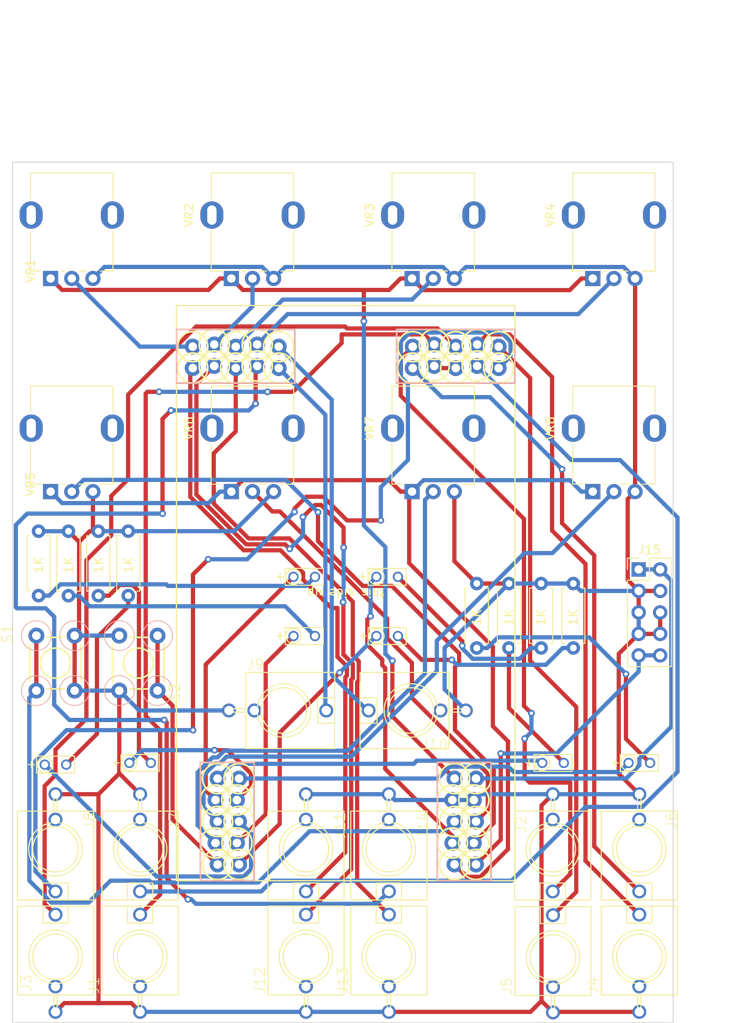
<source format=kicad_pcb>
(kicad_pcb (version 20221018) (generator pcbnew)
  (layers (0 "F.Cu" signal) (31 "B.Cu" signal) (34 "B.Paste" user) (35 "F.Paste" user) (36 "B.SilkS" user "B.Silkscreen") (37 "F.SilkS" user "F.Silkscreen") (38 "B.Mask" user) (39 "F.Mask" user) (44 "Edge.Cuts" user))
  (net 0 "")
  (net 1 "AUDIO_IN_L")
  (net 3 "gnd")
  (net 4 "GATE_OUT_1")
  (net 6 "AUDIO_IN_R")
  (net 8 "AUDIO_OUT_L")
  (net 10 "AUDIO_OUT_R")
  (net 12 "GATE_OUT_2")
  (net 14 "GATE_IN_2")
  (net 16 "GATE_IN_1")
  (net 18 "CV_OUT_1")
  (net 20 "CV_OUT_2")
  (net 22 "CV5")
  (net 24 "CV6")
  (net 26 "CV7")
  (net 28 "CV8")
  (net 30 "+12v")
  (net 31 "-12v")
  (net 32 "GPIO_A9")
  (net 33 "Net-(LED1-PadK)")
  (net 34 "GPIO_D7")
  (net 35 "Net-(LED2-PadK)")
  (net 36 "GPIO_D6")
  (net 37 "Net-(LED3-PadK)")
  (net 38 "GPIO_D4")
  (net 39 "Net-(LED4-PadK)")
  (net 40 "Net-(LED5-PadK)")
  (net 41 "GPIO_D3")
  (net 42 "Net-(LED6-PadK)")
  (net 43 "GPIO_D2")
  (net 44 "Net-(LED7-PadK)")
  (net 45 "GPIO_D1")
  (net 46 "Net-(LED8-PadK)")
  (net 47 "GPIO_A8")
  (net 48 "GPIO_D10")
  (net 49 "CV11")
  (net 50 "CV12")
  (net 51 "CV1")
  (net 52 "CV2")
  (net 53 "CV3")
  (net 54 "CV4")
  (net 55 "I2C_SCL")
  (net 56 "+3v3")
  (net 57 "CV9")
  (net 58 "CV10")
  (net 59 "+5v")
  (net 60 "GPIO_D5")
  (footprint "ES_Daisy_Patch_SM_FB_Rev1:LED" (layer "F.Cu") (at 84.7 106.025)
    (fp_text reference "LED7" hide)
    (fp_text value "CV_LED_1")
  )
  (footprint "ES_Daisy_Patch_SM_FB_Rev1:S_JACK" (layer "F.Cu") (at 94.7 131.225 180)
    (fp_text reference "J14")
    (fp_text value "EURO_JACK" hide)
  )
  (footprint "ES_Daisy_Patch_SM_FB_Rev1:S_JACK" (layer "F.Cu") (at 65.3 131.225 180)
    (fp_text reference "J7")
    (fp_text value "EURO_JACK" hide)
  )
  (footprint "ES_Daisy_Patch_SM_FB_Rev1:LED" (layer "F.Cu") (at 124.3 121.025)
    (fp_text reference "LED4" hide)
    (fp_text value "GATE_LED_O2")
  )
  (footprint "ES_Daisy_Patch_SM_FB_Rev1:TL1105SPF250Q_SILK" (layer "F.Cu") (at 55.3 109.225 -90)
    (fp_text reference "S1")
    (fp_text value "BUTT1" hide)
  )
  (footprint "ES_Daisy_Patch_SM_FB_Rev1:S_JACK" (layer "F.Cu") (at 55.3 143.9557)
    (fp_text reference "J3")
    (fp_text value "EURO_JACK" hide)
  )
  (footprint "benjiaomodular:Resistor_L6.3mm_D2.5mm_P7.62mm_Horizontal" (layer "F.Cu") (at 53.3 93.625 -90)
    (fp_text reference "R2" hide)
    (fp_text value "1K")
  )
  (footprint "benjiaomodular:Resistor_L6.3mm_D2.5mm_P7.62mm_Horizontal" (layer "F.Cu") (at 116.5 99.815 -90)
    (fp_text reference "R8" hide)
    (fp_text value "1K")
  )
  (footprint "benjiaomodular:Resistor_L6.3mm_D2.5mm_P7.62mm_Horizontal" (layer "F.Cu") (at 105.09 99.815 -90)
    (fp_text reference "R4" hide)
    (fp_text value "1K")
  )
  (footprint "benjiaomodular:Resistor_L6.3mm_D2.5mm_P7.62mm_Horizontal" (layer "F.Cu") (at 108.8933 99.815 -90)
    (fp_text reference "R3" hide)
    (fp_text value "1K")
  )
  (footprint "ES_Daisy_Patch_SM_FB_Rev1:S_JACK" (layer "F.Cu") (at 84.9 143.9557)
    (fp_text reference "J12")
    (fp_text value "EURO_JACK" hide)
  )
  (footprint "benjiaomodular:Potentiometer_RV09" (layer "F.Cu") (at 76.0833 63.75 90)
    (fp_text reference "VR2")
    (fp_text value "POT_9MM_SNAP-IN_")
  )
  (footprint "ES_Daisy_Patch_SM_FB_Rev1:LED" (layer "F.Cu") (at 55.3 121.225)
    (fp_text reference "LED6" hide)
    (fp_text value "GATE_LED_I1")
  )
  (footprint "ES_Daisy_Patch_SM_FB_Rev1:TL1105SPF250Q_SILK" (layer "F.Cu") (at 65.1 109.225 90)
    (fp_text reference "S2")
    (fp_text value "BUTT2" hide)
  )
  (footprint "ES_Daisy_Patch_SM_FB_Rev1:S_JACK" (layer "F.Cu") (at 94.7 143.9557)
    (fp_text reference "J13")
    (fp_text value "EURO_JACK" hide)
  )
  (footprint "benjiaomodular:Potentiometer_RV09" (layer "F.Cu") (at 97.4417 88.95 90)
    (fp_text reference "VR7")
    (fp_text value "POT_9MM_SNAP-IN_")
  )
  (footprint "ES_Daisy_Patch_SM_FB_Rev1:LED" (layer "F.Cu") (at 94.5 99.025)
    (fp_text reference "LED1" hide)
    (fp_text value "GEN_LED1")
  )
  (footprint "benjiaomodular:Resistor_L6.3mm_D2.5mm_P7.62mm_Horizontal" (layer "F.Cu") (at 112.6967 99.815 -90)
    (fp_text reference "R1" hide)
    (fp_text value "1K")
  )
  (footprint "ES_Daisy_Patch_SM_FB_Rev1:S_JACK" (layer "F.Cu") (at 124.3 131.225 180)
    (fp_text reference "J6")
    (fp_text value "EURO_JACK" hide)
  )
  (footprint "ES_Daisy_Patch_SM_FB_Rev1:S_JACK" (layer "F.Cu") (at 65.3 143.9557)
    (fp_text reference "J1")
    (fp_text value "EURO_JACK" hide)
  )
  (footprint "ES_Daisy_Patch_SM_FB_Rev1:S_JACK" (layer "F.Cu") (at 114.0693 131.225 180)
    (fp_text reference "J2")
    (fp_text value "EURO_JACK" hide)
  )
  (footprint "benjiaomodular:Potentiometer_RV09" (layer "F.Cu") (at 54.725 63.75 90)
    (fp_text reference "VR1")
    (fp_text value "POT_9MM_SNAP-IN_")
  )
  (footprint "ES_Daisy_Patch_SM_FB_Rev1:S_JACK" (layer "F.Cu") (at 84.9 131.225 180)
    (fp_text reference "J11")
    (fp_text value "EURO_JACK" hide)
  )
  (footprint "ES_Daisy_Patch_SM_FB_Rev1:S_JACK" (layer "F.Cu") (at 114.1 144.025)
    (fp_text reference "J5")
    (fp_text value "EURO_JACK" hide)
  )
  (footprint "ES_Daisy_Patch_SM_FB_Rev1:ES_DAISY_PATCH_SM_REV1" (layer "F.Cu") (at 89.6 100.95 90)
    (fp_text reference "U1" hide)
    (fp_text value "ES_DAISY_PATCH_SM_REV1" hide)
  )
  (footprint "Connector_PinHeader_2.54mm:PinHeader_2x05_P2.54mm_Vertical" (layer "F.Cu") (at 124.225 98.15)
    (fp_text reference "J15")
    (fp_text value "EuroPower")
  )
  (footprint "benjiaomodular:Potentiometer_RV09" (layer "F.Cu") (at 54.725 88.95 90)
    (fp_text reference "VR5")
    (fp_text value "POT_9MM_SNAP-IN_")
  )
  (footprint "benjiaomodular:Potentiometer_RV09" (layer "F.Cu") (at 118.8 88.95 90)
    (fp_text reference "VR8")
    (fp_text value "POT_9MM_SNAP-IN_")
  )
  (footprint "ES_Daisy_Patch_SM_FB_Rev1:S_JACK" (layer "F.Cu") (at 82.3 114.825 -90)
    (fp_text reference "J9")
    (fp_text value "EURO_JACK" hide)
  )
  (footprint "ES_Daisy_Patch_SM_FB_Rev1:LED" (layer "F.Cu") (at 65.3 121.025)
    (fp_text reference "LED5" hide)
    (fp_text value "GATE_LED_I2")
  )
  (footprint "ES_Daisy_Patch_SM_FB_Rev1:LED" (layer "F.Cu") (at 114.1 121.025)
    (fp_text reference "LED3" hide)
    (fp_text value "GATE_LED_O1")
  )
  (footprint "ES_Daisy_Patch_SM_FB_Rev1:LED" (layer "F.Cu") (at 94.5 106.025)
    (fp_text reference "LED8" hide)
    (fp_text value "CV_LED_2")
  )
  (footprint "benjiaomodular:Potentiometer_RV09" (layer "F.Cu") (at 118.8 63.75 90)
    (fp_text reference "VR4")
    (fp_text value "POT_9MM_SNAP-IN_")
  )
  (footprint "ES_Daisy_Patch_SM_FB_Rev1:S_JACK" (layer "F.Cu") (at 124.3 143.9557)
    (fp_text reference "J4")
    (fp_text value "EURO_JACK" hide)
  )
  (footprint "ES_Daisy_Patch_SM_FB_Rev1:S_JACK" (layer "F.Cu") (at 55.3 131.225 180)
    (fp_text reference "J8")
    (fp_text value "EURO_JACK" hide)
  )
  (footprint "benjiaomodular:Resistor_L6.3mm_D2.5mm_P7.62mm_Horizontal" (layer "F.Cu") (at 60.3667 93.635 -90)
    (fp_text reference "R5" hide)
    (fp_text value "1K")
  )
  (footprint "benjiaomodular:Potentiometer_RV09" (layer "F.Cu") (at 97.4417 63.75 90)
    (fp_text reference "VR3")
    (fp_text value "POT_9MM_SNAP-IN_")
  )
  (footprint "benjiaomodular:Resistor_L6.3mm_D2.5mm_P7.62mm_Horizontal" (layer "F.Cu") (at 56.8333 93.635 -90)
    (fp_text reference "R7" hide)
    (fp_text value "1K")
  )
  (footprint "ES_Daisy_Patch_SM_FB_Rev1:S_JACK" (layer "F.Cu") (at 97.3 114.825 90)
    (fp_text reference "J10")
    (fp_text value "EURO_JACK" hide)
  )
  (footprint "benjiaomodular:Potentiometer_RV09" (layer "F.Cu") (at 76.0833 88.95 90)
    (fp_text reference "VR6")
    (fp_text value "POT_9MM_SNAP-IN_")
  )
  (footprint "benjiaomodular:Resistor_L6.3mm_D2.5mm_P7.62mm_Horizontal" (layer "F.Cu") (at 63.9 93.625 -90)
    (fp_text reference "R6" hide)
    (fp_text value "1K")
  )
  (footprint "ES_Daisy_Patch_SM_FB_Rev1:LED" (layer "F.Cu") (at 84.7 99.025)
    (fp_text reference "LED2" hide)
    (fp_text value "GEN_LED1")
  )
  (gr_rect (start 50.225 50) (end 128.3 151.75) (stroke (width 0.1)) (fill none) (layer "Edge.Cuts"))
  (segment (start 83.35 77.15) (end 80.35 77.15) (width 0.5) (layer "F.Cu") (net 1))
  (segment (start 83.55 76.95) (end 83.35 77.15) (width 0.5) (layer "F.Cu") (net 1))
  (segment (start 89.1191 71.3809) (end 83.55 76.95) (width 0.5) (layer "F.Cu") (net 1))
  (segment (start 66.1704 77.15) (end 65.9602 77.3602) (width 0.5) (layer "F.Cu") (net 1))
  (segment (start 98.8684 70.3614) (end 100.06 71.553) (width 0.5) (layer "F.Cu") (net 1))
  (segment (start 67.6682 136.5875) (end 67.6682 117.1794) (width 0.5) (layer "F.Cu") (net 1))
  (segment (start 89.1191 70.3614) (end 89.1191 71.3809) (width 0.5) (layer "F.Cu") (net 1))
  (segment (start 65.3 138.9557) (end 67.6682 136.5875) (width 0.5) (layer "F.Cu") (net 1))
  (segment (start 67.6682 117.1794) (end 65.9602 115.4714) (width 0.5) (layer "F.Cu") (net 1))
  (segment (start 89.1191 70.3614) (end 98.8684 70.3614) (width 0.5) (layer "F.Cu") (net 1))
  (segment (start 67.55 77.15) (end 66.1704 77.15) (width 0.5) (layer "F.Cu") (net 1))
  (segment (start 65.9602 115.4714) (end 65.9602 77.3602) (width 0.5) (layer "F.Cu") (net 1))
  (via (at 67.55 77.15) (size 0.8) (drill 0.4) (layers "F.Cu" "B.Cu") (net 1))
  (via (at 80.35 77.15) (size 0.8) (drill 0.4) (layers "F.Cu" "B.Cu") (net 1))
  (segment (start 80.35 77.15) (end 67.55 77.15) (width 0.5) (layer "B.Cu") (net 1))
  (segment (start 60.3788 124.725) (end 55.3 124.725) (width 0.5) (layer "F.Cu") (net 3))
  (segment (start 56.3375 149.4182) (end 55.3 150.4557) (width 0.5) (layer "F.Cu") (net 3))
  (segment (start 122.9246 99.3896) (end 124.225 100.69) (width 0.5) (layer "F.Cu") (net 3))
  (segment (start 59.3407 93.635) (end 58.087 94.8887) (width 0.5) (layer "F.Cu") (net 3))
  (segment (start 62.8394 112.4762) (end 62.8394 122.2644) (width 0.5) (layer "F.Cu") (net 3))
  (segment (start 126.765 105.77) (end 125.4647 105.77) (width 0.5) (layer "F.Cu") (net 3))
  (segment (start 105.09 99.815) (end 108.8933 99.815) (width 0.5) (layer "F.Cu") (net 3))
  (segment (start 65.3 150.4557) (end 64.2625 149.4182) (width 0.5) (layer "F.Cu") (net 3))
  (segment (start 59.725 93.635) (end 59.3407 93.635) (width 0.5) (layer "F.Cu") (net 3))
  (segment (start 124.225 105.77) (end 125.4647 105.77) (width 0.5) (layer "F.Cu") (net 3))
  (segment (start 64.2625 149.4182) (end 60.3788 149.4182) (width 0.5) (layer "F.Cu") (net 3))
  (segment (start 111.4451 150.4557) (end 94.7 150.4557) (width 0.5) (layer "F.Cu") (net 3))
  (segment (start 121.8684 108.1266) (end 124.225 105.77) (width 0.5) (layer "F.Cu") (net 3))
  (segment (start 123.8 88.95) (end 122.9246 89.8254) (width 0.5) (layer "F.Cu") (net 3))
  (segment (start 57.5606 105.9738) (end 57.5606 112.4762) (width 0.5) (layer "F.Cu") (net 3))
  (segment (start 112.7379 126.0564) (end 112.7379 149.1629) (width 0.5) (layer "F.Cu") (net 3))
  (segment (start 112.7379 149.1629) (end 111.4451 150.4557) (width 0.5) (layer "F.Cu") (net 3))
  (segment (start 121.8684 122.2934) (end 121.8684 108.1266) (width 0.5) (layer "F.Cu") (net 3))
  (segment (start 58.087 105.4474) (end 57.5606 105.9738) (width 0.5) (layer "F.Cu") (net 3))
  (segment (start 126.765 100.69) (end 125.4647 100.69) (width 0.5) (layer "F.Cu") (net 3))
  (segment (start 59.725 93.635) (end 59.725 88.95) (width 0.5) (layer "F.Cu") (net 3))
  (segment (start 126.765 105.77) (end 126.765 103.23) (width 0.5) (layer "F.Cu") (net 3))
  (segment (start 56.8333 93.635) (end 58.087 94.8887) (width 0.5) (layer "F.Cu") (net 3))
  (segment (start 102.4417 97.1667) (end 105.09 99.815) (width 0.5) (layer "F.Cu") (net 3))
  (segment (start 58.087 94.8887) (end 58.087 105.4474) (width 0.5) (layer "F.Cu") (net 3))
  (segment (start 122.9246 89.8254) (end 122.9246 99.3896) (width 0.5) (layer "F.Cu") (net 3))
  (segment (start 112.7379 149.1629) (end 114.1 150.525) (width 0.5) (layer "F.Cu") (net 3))
  (segment (start 124.225 100.69) (end 125.4647 100.69) (width 0.5) (layer "F.Cu") (net 3))
  (segment (start 114.0693 124.725) (end 112.7379 126.0564) (width 0.5) (layer "F.Cu") (net 3))
  (segment (start 62.8394 122.2644) (end 65.3 124.725) (width 0.5) (layer "F.Cu") (net 3))
  (segment (start 62.8394 122.2644) (end 60.3788 124.725) (width 0.5) (layer "F.Cu") (net 3))
  (segment (start 60.3788 149.4182) (end 56.3375 149.4182) (width 0.5) (layer "F.Cu") (net 3))
  (segment (start 114.1693 150.4557) (end 114.1 150.525) (width 0.5) (layer "F.Cu") (net 3))
  (segment (start 102.4417 88.95) (end 102.4417 97.1667) (width 0.5) (layer "F.Cu") (net 3))
  (segment (start 124.3 124.725) (end 121.8684 122.2934) (width 0.5) (layer "F.Cu") (net 3))
  (segment (start 124.225 103.23) (end 124.225 100.69) (width 0.5) (layer "F.Cu") (net 3))
  (segment (start 123.8 63.75) (end 123.8 88.95) (width 0.5) (layer "F.Cu") (net 3))
  (segment (start 60.3667 93.635) (end 59.725 93.635) (width 0.5) (layer "F.Cu") (net 3))
  (segment (start 124.3 150.4557) (end 114.1693 150.4557) (width 0.5) (layer "F.Cu") (net 3))
  (segment (start 60.3788 124.725) (end 60.3788 149.4182) (width 0.5) (layer "F.Cu") (net 3))
  (segment (start 76.4083 93.625) (end 63.9 93.625) (width 0.5) (layer "B.Cu") (net 3))
  (segment (start 104.743 125.41) (end 102.203 125.41) (width 0.5) (layer "B.Cu") (net 3))
  (segment (start 101.0839 62.3922) (end 82.4411 62.3922) (width 0.5) (layer "B.Cu") (net 3))
  (segment (start 124.225 105.77) (end 124.225 104.5303) (width 0.5) (layer "B.Cu") (net 3))
  (segment (start 79.7167 62.3834) (end 61.0916 62.3834) (width 0.5) (layer "B.Cu") (net 3))
  (segment (start 84.9 124.725) (end 94.7 124.725) (width 0.5) (layer "B.Cu") (net 3))
  (segment (start 60.3767 93.625) (end 60.3667 93.635) (width 0.5) (layer "B.Cu") (net 3))
  (segment (start 114.0693 124.725) (end 105.428 124.725) (width 0.5) (layer "B.Cu") (net 3))
  (segment (start 62.8394 105.9738) (end 57.5606 105.9738) (width 0.5) (layer "B.Cu") (net 3))
  (segment (start 124.225 100.69) (end 117.375 100.69) (width 0.5) (layer "B.Cu") (net 3))
  (segment (start 61.0916 62.3834) (end 59.725 63.75) (width 0.5) (layer "B.Cu") (net 3))
  (segment (start 102.4417 63.75) (end 101.0839 62.3922) (width 0.5) (layer "B.Cu") (net 3))
  (segment (start 53.31 93.635) (end 53.3 93.625) (width 0.5) (layer "B.Cu") (net 3))
  (segment (start 116.5 99.815) (end 112.6967 99.815) (width 0.5) (layer "B.Cu") (net 3))
  (segment (start 101.2872 107.4211) (end 101.2872 112.3122) (width 0.5) (layer "B.Cu") (net 3))
  (segment (start 82.4411 62.3922) (end 81.0833 63.75) (width 0.5) (layer "B.Cu") (net 3))
  (segment (start 81.0833 88.95) (end 76.4083 93.625) (width 0.5) (layer "B.Cu") (net 3))
  (segment (start 124.225 103.23) (end 124.225 104.5303) (width 0.5) (layer "B.Cu") (net 3))
  (segment (start 95.385 125.41) (end 94.7 124.725) (width 0.5) (layer "B.Cu") (net 3))
  (segment (start 102.203 125.41) (end 95.385 125.41) (width 0.5) (layer "B.Cu") (net 3))
  (segment (start 105.428 124.725) (end 104.743 125.41) (width 0.5) (layer "B.Cu") (net 3))
  (segment (start 62.8394 112.4762) (end 65.1882 114.825) (width 0.5) (layer "B.Cu") (net 3))
  (segment (start 56.8333 93.635) (end 53.31 93.635) (width 0.5) (layer "B.Cu") (net 3))
  (segment (start 57.5606 112.4762) (end 62.8394 112.4762) (width 0.5) (layer "B.Cu") (net 3))
  (segment (start 103.7998 62.3919) (end 102.4417 63.75) (width 0.5) (layer "B.Cu") (net 3))
  (segment (start 122.4419 62.3919) (end 103.7998 62.3919) (width 0.5) (layer "B.Cu") (net 3))
  (segment (start 65.1882 114.825) (end 75.8 114.825) (width 0.5) (layer "B.Cu") (net 3))
  (segment (start 63.9 93.625) (end 60.3767 93.625) (width 0.5) (layer "B.Cu") (net 3))
  (segment (start 124.3 124.725) (end 114.0693 124.725) (width 0.5) (layer "B.Cu") (net 3))
  (segment (start 94.7 150.4557) (end 84.9 150.4557) (width 0.5) (layer "B.Cu") (net 3))
  (segment (start 81.0833 63.75) (end 79.7167 62.3834) (width 0.5) (layer "B.Cu") (net 3))
  (segment (start 117.375 100.69) (end 116.5 99.815) (width 0.5) (layer "B.Cu") (net 3))
  (segment (start 108.8933 99.815) (end 101.2872 107.4211) (width 0.5) (layer "B.Cu") (net 3))
  (segment (start 101.2872 112.3122) (end 103.8 114.825) (width 0.5) (layer "B.Cu") (net 3))
  (segment (start 112.6967 99.815) (end 108.8933 99.815) (width 0.5) (layer "B.Cu") (net 3))
  (segment (start 123.8 63.75) (end 122.4419 62.3919) (width 0.5) (layer "B.Cu") (net 3))
  (segment (start 84.9 150.4557) (end 65.3 150.4557) (width 0.5) (layer "B.Cu") (net 3))
  (segment (start 96.0982 73.2288) (end 97.52 71.807) (width 0.5) (layer "F.Cu") (net 4))
  (segment (start 116.1359 134.1584) (end 116.1359 123.3359) (width 0.5) (layer "F.Cu") (net 4))
  (segment (start 96.0982 77.61) (end 96.0982 73.2288) (width 0.5) (layer "F.Cu") (net 4))
  (segment (start 110.6668 114.2007) (end 110.6668 92.1786) (width 0.5) (layer "F.Cu") (net 4))
  (segment (start 110.6668 114.2668) (end 111.55 115.15) (width 0.5) (layer "F.Cu") (net 4))
  (segment (start 111.35 123.35) (end 116.1218 123.35) (width 0.5) (layer "F.Cu") (net 4))
  (segment (start 110.6668 92.1786) (end 96.0982 77.61) (width 0.5) (layer "F.Cu") (net 4))
  (segment (start 116.1218 123.35) (end 116.1359 123.3359) (width 0.5) (layer "F.Cu") (net 4))
  (segment (start 110.75 122.75) (end 111.35 123.35) (width 0.5) (layer "F.Cu") (net 4))
  (segment (start 110.75 118.15) (end 110.75 122.75) (width 0.5) (layer "F.Cu") (net 4))
  (segment (start 110.6668 114.2007) (end 110.6668 114.2668) (width 0.5) (layer "F.Cu") (net 4))
  (segment (start 114.0693 136.225) (end 116.1359 134.1584) (width 0.5) (layer "F.Cu") (net 4))
  (via (at 111.55 115.15) (size 0.8) (drill 0.4) (layers "F.Cu" "B.Cu") (net 4))
  (via (at 110.75 118.15) (size 0.8) (drill 0.4) (layers "F.Cu" "B.Cu") (net 4))
  (segment (start 111.55 117.35) (end 110.75 118.15) (width 0.5) (layer "B.Cu") (net 4))
  (segment (start 111.55 115.15) (end 111.55 117.35) (width 0.5) (layer "B.Cu") (net 4))
  (segment (start 58.9518 97.0559) (end 61.8856 94.1221) (width 0.5) (layer "F.Cu") (net 6))
  (segment (start 89.7593 69.6611) (end 100.4541 69.6611) (width 0.5) (layer "F.Cu") (net 6))
  (segment (start 63.8831 77.4761) (end 71.9329 69.4263) (width 0.5) (layer "F.Cu") (net 6))
  (segment (start 63.8831 87.4775) (end 63.8831 77.4761) (width 0.5) (layer "F.Cu") (net 6))
  (segment (start 55.3 138.9557) (end 54.0154 137.6711) (width 0.5) (layer "F.Cu") (net 6))
  (segment (start 61.8856 89.475) (end 63.8831 87.4775) (width 0.5) (layer "F.Cu") (net 6))
  (segment (start 71.9329 69.4263) (end 89.5245 69.4263) (width 0.5) (layer "F.Cu") (net 6))
  (segment (start 58.9518 115.8022) (end 58.9518 97.0559) (width 0.5) (layer "F.Cu") (net 6))
  (segment (start 55.3 122.4717) (end 55.3 119.454) (width 0.5) (layer "F.Cu") (net 6))
  (segment (start 54.0154 137.6711) (end 54.0154 123.7563) (width 0.5) (layer "F.Cu") (net 6))
  (segment (start 54.0154 123.7563) (end 55.3 122.4717) (width 0.5) (layer "F.Cu") (net 6))
  (segment (start 55.3 119.454) (end 58.9518 115.8022) (width 0.5) (layer "F.Cu") (net 6))
  (segment (start 89.5245 69.4263) (end 89.7593 69.6611) (width 0.5) (layer "F.Cu") (net 6))
  (segment (start 100.4541 69.6611) (end 102.6 71.807) (width 0.5) (layer "F.Cu") (net 6))
  (segment (start 61.8856 94.1221) (end 61.8856 89.475) (width 0.5) (layer "F.Cu") (net 6))
  (segment (start 106.3296 70.3634) (end 108.9634 70.3634) (width 0.5) (layer "F.Cu") (net 8))
  (segment (start 113.9892 75.3892) (end 113.9892 93.5536) (width 0.5) (layer "F.Cu") (net 8))
  (segment (start 117.9397 132.5954) (end 124.3 138.9557) (width 0.5) (layer "F.Cu") (net 8))
  (segment (start 117.9397 97.5041) (end 117.9397 132.5954) (width 0.5) (layer "F.Cu") (net 8))
  (segment (start 108.9634 70.3634) (end 113.9892 75.3892) (width 0.5) (layer "F.Cu") (net 8))
  (segment (start 105.14 71.553) (end 106.3296 70.3634) (width 0.5) (layer "F.Cu") (net 8))
  (segment (start 113.9892 93.5536) (end 117.9397 97.5041) (width 0.5) (layer "F.Cu") (net 8))
  (segment (start 111.3948 108.9417) (end 111.3948 75.5218) (width 0.5) (layer "F.Cu") (net 10))
  (segment (start 116.8483 114.3952) (end 111.3948 108.9417) (width 0.5) (layer "F.Cu") (net 10))
  (segment (start 111.3948 75.5218) (end 107.68 71.807) (width 0.5) (layer "F.Cu") (net 10))
  (segment (start 116.8483 136.2767) (end 116.8483 114.3952) (width 0.5) (layer "F.Cu") (net 10))
  (segment (start 114.1 139.025) (end 116.8483 136.2767) (width 0.5) (layer "F.Cu") (net 10))
  (segment (start 118.9731 130.8981) (end 118.9731 96.4878) (width 0.5) (layer "F.Cu") (net 12))
  (segment (start 118.9731 96.4878) (end 115.1662 92.6809) (width 0.5) (layer "F.Cu") (net 12))
  (segment (start 115.1662 92.6809) (end 115.1662 86.3047) (width 0.5) (layer "F.Cu") (net 12))
  (segment (start 124.3 136.225) (end 118.9731 130.8981) (width 0.5) (layer "F.Cu") (net 12))
  (via (at 115.1662 86.3047) (size 0.8) (drill 0.4) (layers "F.Cu" "B.Cu") (net 12))
  (segment (start 115.1662 86.3047) (end 106.642 77.7805) (width 0.5) (layer "B.Cu") (net 12))
  (segment (start 100.9535 77.7805) (end 97.52 74.347) (width 0.5) (layer "B.Cu") (net 12))
  (segment (start 106.642 77.7805) (end 100.9535 77.7805) (width 0.5) (layer "B.Cu") (net 12))
  (segment (start 116.2669 85.2199) (end 105.14 74.093) (width 0.5) (layer "B.Cu") (net 14))
  (segment (start 128.8137 122.0738) (end 128.8137 91.9978) (width 0.5) (layer "B.Cu") (net 14))
  (segment (start 109.2131 134.9496) (end 117.9377 126.225) (width 0.5) (layer "B.Cu") (net 14))
  (segment (start 80.8867 134.9496) (end 109.2131 134.9496) (width 0.5) (layer "B.Cu") (net 14))
  (segment (start 124.6625 126.225) (end 128.8137 122.0738) (width 0.5) (layer "B.Cu") (net 14))
  (segment (start 128.8137 91.9978) (end 122.0358 85.2199) (width 0.5) (layer "B.Cu") (net 14))
  (segment (start 79.6113 136.225) (end 80.8867 134.9496) (width 0.5) (layer "B.Cu") (net 14))
  (segment (start 65.3 136.225) (end 79.6113 136.225) (width 0.5) (layer "B.Cu") (net 14))
  (segment (start 117.9377 126.225) (end 124.6625 126.225) (width 0.5) (layer "B.Cu") (net 14))
  (segment (start 122.0358 85.2199) (end 116.2669 85.2199) (width 0.5) (layer "B.Cu") (net 14))
  (segment (start 83.55 90.95) (end 83.55 91.35) (width 0.5) (layer "F.Cu") (net 16))
  (segment (start 89.75 92.35) (end 86.95 89.55) (width 0.5) (layer "F.Cu") (net 16))
  (segment (start 93.75 92.35) (end 89.75 92.35) (width 0.5) (layer "F.Cu") (net 16))
  (segment (start 84.95 89.55) (end 84.75 89.75) (width 0.5) (layer "F.Cu") (net 16))
  (segment (start 73.35 96.95) (end 71.55 98.75) (width 0.5) (layer "F.Cu") (net 16))
  (segment (start 84.75 89.75) (end 83.55 90.95) (width 0.5) (layer "F.Cu") (net 16))
  (segment (start 71.55 98.75) (end 71.55 117.15) (width 0.5) (layer "F.Cu") (net 16))
  (segment (start 86.95 89.55) (end 84.95 89.55) (width 0.5) (layer "F.Cu") (net 16))
  (via (at 83.55 91.35) (size 0.8) (drill 0.4) (layers "F.Cu" "B.Cu") (net 16))
  (via (at 73.35 96.95) (size 0.8) (drill 0.4) (layers "F.Cu" "B.Cu") (net 16))
  (via (at 93.75 92.35) (size 0.8) (drill 0.4) (layers "F.Cu" "B.Cu") (net 16))
  (via (at 71.55 117.15) (size 0.8) (drill 0.4) (layers "F.Cu" "B.Cu") (net 16))
  (segment (start 93.75 88.4119) (end 93.75 92.35) (width 0.5) (layer "B.Cu") (net 16))
  (segment (start 83.55 91.35) (end 77.95 96.95) (width 0.5) (layer "B.Cu") (net 16))
  (segment (start 96.9521 85.2098) (end 96.9521 76.2357) (width 0.5) (layer "B.Cu") (net 16))
  (segment (start 96.122 75.4056) (end 96.122 71.1836) (width 0.5) (layer "B.Cu") (net 16))
  (segment (start 56.599 117.15) (end 52.9303 120.8187) (width 0.5) (layer "B.Cu") (net 16))
  (segment (start 96.0913 86.0706) (end 93.75 88.4119) (width 0.5) (layer "B.Cu") (net 16))
  (segment (start 77.95 96.95) (end 73.35 96.95) (width 0.5) (layer "B.Cu") (net 16))
  (segment (start 109.08 72.947) (end 107.68 74.347) (width 0.5) (layer "B.Cu") (net 16))
  (segment (start 107.9858 70.1369) (end 109.08 71.2311) (width 0.5) (layer "B.Cu") (net 16))
  (segment (start 96.0913 86.0706) (end 96.9521 85.2098) (width 0.5) (layer "B.Cu") (net 16))
  (segment (start 96.9521 76.2357) (end 96.122 75.4056) (width 0.5) (layer "B.Cu") (net 16))
  (segment (start 97.1687 70.1369) (end 107.9858 70.1369) (width 0.5) (layer "B.Cu") (net 16))
  (segment (start 52.9303 120.8187) (end 52.9303 133.8553) (width 0.5) (layer "B.Cu") (net 16))
  (segment (start 52.9303 133.8553) (end 55.3 136.225) (width 0.5) (layer "B.Cu") (net 16))
  (segment (start 96.122 71.1836) (end 97.1687 70.1369) (width 0.5) (layer "B.Cu") (net 16))
  (segment (start 109.08 71.2311) (end 109.08 72.947) (width 0.5) (layer "B.Cu") (net 16))
  (segment (start 71.55 117.15) (end 56.599 117.15) (width 0.5) (layer "B.Cu") (net 16))
  (segment (start 87.3 114.825) (end 87.1962 114.7212) (width 0.5) (layer "B.Cu") (net 18))
  (segment (start 87.1962 114.7212) (end 87.1962 79.8632) (width 0.5) (layer "B.Cu") (net 18))
  (segment (start 87.1962 79.8632) (end 81.68 74.347) (width 0.5) (layer "B.Cu") (net 18))
  (segment (start 87.9463 78.0733) (end 87.9463 110.6195) (width 0.5) (layer "B.Cu") (net 20))
  (segment (start 87.9463 110.6195) (end 92.1518 114.825) (width 0.5) (layer "B.Cu") (net 20))
  (segment (start 92.1518 114.825) (end 92.3 114.825) (width 0.5) (layer "B.Cu") (net 20))
  (segment (start 81.68 71.807) (end 87.9463 78.0733) (width 0.5) (layer "B.Cu") (net 20))
  (segment (start 89.7371 109.601) (end 88.6243 108.4882) (width 0.5) (layer "F.Cu") (net 22))
  (segment (start 87.909 102.709) (end 84.559925 99.359925) (width 0.5) (layer "F.Cu") (net 22))
  (segment (start 88.6243 108.4882) (end 88.6243 102.709) (width 0.5) (layer "F.Cu") (net 22))
  (segment (start 84.559925 99.359925) (end 84.559925 98.540075) (width 0.5) (layer "F.Cu") (net 22))
  (segment (start 88.6243 102.709) (end 87.909 102.709) (width 0.5) (layer "F.Cu") (net 22))
  (segment (start 71.2298 89.569) (end 71.2298 74.6372) (width 0.5) (layer "F.Cu") (net 22))
  (segment (start 71.2298 74.6372) (end 71.52 74.347) (width 0.5) (layer "F.Cu") (net 22))
  (segment (start 89.5513 110.8958) (end 89.7372 110.7099) (width 0.5) (layer "F.Cu") (net 22))
  (segment (start 84.9 136.225) (end 89.5513 131.5737) (width 0.5) (layer "F.Cu") (net 22))
  (segment (start 77.5462 95.8854) (end 71.2298 89.569) (width 0.5) (layer "F.Cu") (net 22))
  (segment (start 89.7372 110.7099) (end 89.7372 109.601) (width 0.5) (layer "F.Cu") (net 22))
  (segment (start 81.90525 95.8854) (end 77.5462 95.8854) (width 0.5) (layer "F.Cu") (net 22))
  (segment (start 89.7372 109.601) (end 89.7371 109.601) (width 0.5) (layer "F.Cu") (net 22))
  (segment (start 89.5513 131.5737) (end 89.5513 110.8958) (width 0.5) (layer "F.Cu") (net 22))
  (segment (start 84.559925 98.540075) (end 81.90525 95.8854) (width 0.5) (layer "F.Cu") (net 22))
  (segment (start 85.9674 90.5326) (end 84.55 91.95) (width 0.5) (layer "F.Cu") (net 24))
  (segment (start 90.2516 111.186) (end 90.4375 111.0001) (width 0.5) (layer "F.Cu") (net 24))
  (segment (start 89.35 93.206618) (end 86.675982 90.5326) (width 0.5) (layer "F.Cu") (net 24))
  (segment (start 82.453224 95.1851) (end 77.8364 95.1851) (width 0.5) (layer "F.Cu") (net 24))
  (segment (start 71.9576 89.3063) (end 71.9576 76.1954) (width 0.5) (layer "F.Cu") (net 24))
  (segment (start 89.3263 108.1997) (end 89.3263 102.3165) (width 0.5) (layer "F.Cu") (net 24))
  (segment (start 86.675982 90.5326) (end 85.9674 90.5326) (width 0.5) (layer "F.Cu") (net 24))
  (segment (start 89.3263 102.058176) (end 89.284062 102.015938) (width 0.5) (layer "F.Cu") (net 24))
  (segment (start 90.4375 109.3108) (end 89.3264 108.1997) (width 0.5) (layer "F.Cu") (net 24))
  (segment (start 90.4375 111.0001) (end 90.4375 109.3108) (width 0.5) (layer "F.Cu") (net 24))
  (segment (start 89.3264 108.1997) (end 89.3263 108.1997) (width 0.5) (layer "F.Cu") (net 24))
  (segment (start 89.3263 102.3165) (end 89.3263 102.058176) (width 0.5) (layer "F.Cu") (net 24))
  (segment (start 82.984062 95.715938) (end 82.453224 95.1851) (width 0.5) (layer "F.Cu") (net 24))
  (segment (start 77.8364 95.1851) (end 71.9576 89.3063) (width 0.5) (layer "F.Cu") (net 24))
  (segment (start 90.2516 133.6041) (end 90.2516 111.186) (width 0.5) (layer "F.Cu") (net 24))
  (segment (start 89.35 95.55) (end 89.35 93.206618) (width 0.5) (layer "F.Cu") (net 24))
  (segment (start 71.9576 76.1954) (end 74.06 74.093) (width 0.5) (layer "F.Cu") (net 24))
  (segment (start 84.9 138.9557) (end 90.2516 133.6041) (width 0.5) (layer "F.Cu") (net 24))
  (via (at 84.55 91.95) (size 0.8) (drill 0.4) (layers "F.Cu" "B.Cu") (net 24))
  (via (at 89.284062 102.015938) (size 0.8) (drill 0.4) (layers "F.Cu" "B.Cu") (net 24))
  (via (at 82.984062 95.715938) (size 0.8) (drill 0.4) (layers "F.Cu" "B.Cu") (net 24))
  (via (at 89.35 95.55) (size 0.8) (drill 0.4) (layers "F.Cu" "B.Cu") (net 24))
  (segment (start 84.55 94.15) (end 82.984062 95.715938) (width 0.5) (layer "B.Cu") (net 24))
  (segment (start 84.55 91.95) (end 84.55 94.15) (width 0.5) (layer "B.Cu") (net 24))
  (segment (start 89.284062 102.015938) (end 89.35 101.95) (width 0.5) (layer "B.Cu") (net 24))
  (segment (start 89.35 101.95) (end 89.35 95.55) (width 0.5) (layer "B.Cu") (net 24))
  (segment (start 74.0032 84.429) (end 74.0032 90.3614) (width 0.5) (layer "F.Cu") (net 26))
  (segment (start 90.4375 108.3057) (end 91.1378 109.006) (width 0.5) (layer "F.Cu") (net 26))
  (segment (start 91.1378 111.2903) (end 90.9519 111.4762) (width 0.5) (layer "F.Cu") (net 26))
  (segment (start 74.0032 90.3614) (end 78.1266 94.4848) (width 0.5) (layer "F.Cu") (net 26))
  (segment (start 91.1378 109.006) (end 91.1378 111.2903) (width 0.5) (layer "F.Cu") (net 26))
  (segment (start 90.9519 135.2076) (end 94.7 138.9557) (width 0.5) (layer "F.Cu") (net 26))
  (segment (start 90.4375 101.968) (end 90.4375 108.3057) (width 0.5) (layer "F.Cu") (net 26))
  (segment (start 76.6 74.347) (end 76.6 81.8322) (width 0.5) (layer "F.Cu") (net 26))
  (segment (start 90.9519 111.4762) (end 90.9519 135.2076) (width 0.5) (layer "F.Cu") (net 26))
  (segment (start 76.6 81.8322) (end 74.0032 84.429) (width 0.5) (layer "F.Cu") (net 26))
  (segment (start 82.9543 94.4848) (end 90.4375 101.968) (width 0.5) (layer "F.Cu") (net 26))
  (segment (start 78.1266 94.4848) (end 82.9543 94.4848) (width 0.5) (layer "F.Cu") (net 26))
  (segment (start 67.95 80.35) (end 68.95 79.35) (width 0.5) (layer "F.Cu") (net 28))
  (segment (start 67.95 91.55) (end 67.95 80.35) (width 0.5) (layer "F.Cu") (net 28))
  (segment (start 70.95 137.15) (end 68.4363 134.6363) (width 0.5) (layer "F.Cu") (net 28))
  (segment (start 68.4363 116.2363) (end 68.15 115.95) (width 0.5) (layer "F.Cu") (net 28))
  (segment (start 68.4363 134.6363) (end 68.4363 116.2363) (width 0.5) (layer "F.Cu") (net 28))
  (segment (start 78.95 74.283) (end 79.14 74.093) (width 0.5) (layer "F.Cu") (net 28))
  (segment (start 78.95 78.55) (end 78.95 74.283) (width 0.5) (layer "F.Cu") (net 28))
  (via (at 68.95 79.35) (size 0.8) (drill 0.4) (layers "F.Cu" "B.Cu") (net 28))
  (via (at 68.15 115.95) (size 0.8) (drill 0.4) (layers "F.Cu" "B.Cu") (net 28))
  (via (at 70.95 137.15) (size 0.8) (drill 0.4) (layers "F.Cu" "B.Cu") (net 28))
  (via (at 78.95 78.55) (size 0.8) (drill 0.4) (layers "F.Cu" "B.Cu") (net 28))
  (via (at 67.95 91.55) (size 0.8) (drill 0.4) (layers "F.Cu" "B.Cu") (net 28))
  (segment (start 71.8807 137.6807) (end 71.35 137.15) (width 0.5) (layer "B.Cu") (net 28))
  (segment (start 71.35 137.15) (end 70.95 137.15) (width 0.5) (layer "B.Cu") (net 28))
  (segment (start 54.15 102.75) (end 50.75 102.75) (width 0.5) (layer "B.Cu") (net 28))
  (segment (start 55.15 103.75) (end 54.15 102.75) (width 0.5) (layer "B.Cu") (net 28))
  (segment (start 55.55 114.55) (end 55.15 114.15) (width 0.5) (layer "B.Cu") (net 28))
  (segment (start 94.7 136.225) (end 93.2443 137.6807) (width 0.5) (layer "B.Cu") (net 28))
  (segment (start 56.95 115.95) (end 55.55 114.55) (width 0.5) (layer "B.Cu") (net 28))
  (segment (start 50.75 102.75) (end 50.615 102.615) (width 0.5) (layer "B.Cu") (net 28))
  (segment (start 51.75 91.75) (end 51.95 91.55) (width 0.5) (layer "B.Cu") (net 28))
  (segment (start 68.95 79.35) (end 78.15 79.35) (width 0.5) (layer "B.Cu") (net 28))
  (segment (start 93.2443 137.6807) (end 71.8807 137.6807) (width 0.5) (layer "B.Cu") (net 28))
  (segment (start 68.15 115.95) (end 56.95 115.95) (width 0.5) (layer "B.Cu") (net 28))
  (segment (start 50.615 102.615) (end 50.615 92.885) (width 0.5) (layer "B.Cu") (net 28))
  (segment (start 50.615 92.885) (end 51.75 91.75) (width 0.5) (layer "B.Cu") (net 28))
  (segment (start 78.15 79.35) (end 78.95 78.55) (width 0.5) (layer "B.Cu") (net 28))
  (segment (start 55.15 114.15) (end 55.15 103.75) (width 0.5) (layer "B.Cu") (net 28))
  (segment (start 51.95 91.55) (end 67.95 91.55) (width 0.5) (layer "B.Cu") (net 28))
  (segment (start 124.225 98.15) (end 126.765 98.15) (width 0.5) (layer "B.Cu") (net 30))
  (segment (start 128.0802 116.7451) (end 124.3 120.5253) (width 0.5) (layer "B.Cu") (net 30))
  (segment (start 122.7352 122.87) (end 104.997 122.87) (width 0.5) (layer "B.Cu") (net 30))
  (segment (start 124.3 120.5253) (end 124.3 121.3052) (width 0.5) (layer "B.Cu") (net 30))
  (segment (start 124.3 121.3052) (end 122.7352 122.87) (width 0.5) (layer "B.Cu") (net 30))
  (segment (start 128.0802 99.4652) (end 128.0802 116.7451) (width 0.5) (layer "B.Cu") (net 30))
  (segment (start 126.765 98.15) (end 128.0802 99.4652) (width 0.5) (layer "B.Cu") (net 30))
  (segment (start 107.9227 130.1043) (end 107.9227 119.909) (width 0.5) (layer "F.Cu") (net 31))
  (segment (start 104.997 133.03) (end 107.9227 130.1043) (width 0.5) (layer "F.Cu") (net 31))
  (via (at 107.9227 119.909) (size 0.8) (drill 0.4) (layers "F.Cu" "B.Cu") (net 31))
  (segment (start 107.9227 119.909) (end 114.5288 119.909) (width 0.5) (layer "B.Cu") (net 31))
  (segment (start 126.765 108.31) (end 124.225 108.31) (width 0.5) (layer "B.Cu") (net 31))
  (segment (start 124.225 110.2128) (end 124.225 108.31) (width 0.5) (layer "B.Cu") (net 31))
  (segment (start 114.5288 119.909) (end 124.225 110.2128) (width 0.5) (layer "B.Cu") (net 31))
  (segment (start 93.9225 109.4571) (end 94.2728 109.8074) (width 0.5) (layer "F.Cu") (net 32))
  (segment (start 94.2728 121.7318) (end 102.203 129.662) (width 0.5) (layer "F.Cu") (net 32))
  (segment (start 93.9225 108.8193) (end 93.9225 109.4571) (width 0.5) (layer "F.Cu") (net 32))
  (segment (start 92.5381 103.6743) (end 92.1488 104.0636) (width 0.5) (layer "F.Cu") (net 32))
  (segment (start 94.2728 109.8074) (end 94.2728 121.7318) (width 0.5) (layer "F.Cu") (net 32))
  (segment (start 92.1488 107.0456) (end 93.9225 108.8193) (width 0.5) (layer "F.Cu") (net 32))
  (segment (start 102.203 129.662) (end 102.203 130.49) (width 0.5) (layer "F.Cu") (net 32))
  (segment (start 92.1488 104.0636) (end 92.1488 107.0456) (width 0.5) (layer "F.Cu") (net 32))
  (via (at 92.5381 103.6743) (size 0.8) (drill 0.4) (layers "F.Cu" "B.Cu") (net 32))
  (segment (start 92.5381 99.7169) (end 92.5381 103.6743) (width 0.5) (layer "B.Cu") (net 32))
  (segment (start 93.23 99.025) (end 92.5381 99.7169) (width 0.5) (layer "B.Cu") (net 32))
  (segment (start 95.77 99.025) (end 103.3674 106.6224) (width 0.5) (layer "F.Cu") (net 33))
  (segment (start 103.3674 106.6224) (end 103.3674 107.172) (width 0.5) (layer "F.Cu") (net 33))
  (via (at 103.3674 107.172) (size 0.8) (drill 0.4) (layers "F.Cu" "B.Cu") (net 33))
  (segment (start 112.6967 107.435) (end 111.4464 107.435) (width 0.5) (layer "B.Cu") (net 33))
  (segment (start 111.4464 107.435) (end 110.171 108.7104) (width 0.5) (layer "B.Cu") (net 33))
  (segment (start 103.3674 107.4808) (end 103.3674 107.172) (width 0.5) (layer "B.Cu") (net 33))
  (segment (start 104.597 108.7104) (end 103.3674 107.4808) (width 0.5) (layer "B.Cu") (net 33))
  (segment (start 110.171 108.7104) (end 104.597 108.7104) (width 0.5) (layer "B.Cu") (net 33))
  (segment (start 73.0532 109.4018) (end 73.0532 124.2602) (width 0.5) (layer "F.Cu") (net 34))
  (segment (start 83.43 99.025) (end 73.0532 109.4018) (width 0.5) (layer "F.Cu") (net 34))
  (segment (start 73.0532 124.2602) (end 74.203 125.41) (width 0.5) (layer "F.Cu") (net 34))
  (segment (start 55.8847 99.9106) (end 54.5503 101.245) (width 0.5) (layer "B.Cu") (net 35))
  (segment (start 85.97 99.025) (end 84.9016 100.0934) (width 0.5) (layer "B.Cu") (net 35))
  (segment (start 68.5802 100.0934) (end 68.3974 99.9106) (width 0.5) (layer "B.Cu") (net 35))
  (segment (start 68.3974 99.9106) (end 55.8847 99.9106) (width 0.5) (layer "B.Cu") (net 35))
  (segment (start 53.3 101.245) (end 54.5503 101.245) (width 0.5) (layer "B.Cu") (net 35))
  (segment (start 84.9016 100.0934) (end 68.5802 100.0934) (width 0.5) (layer "B.Cu") (net 35))
  (segment (start 76.1994 121.1276) (end 74.457 122.87) (width 0.5) (layer "B.Cu") (net 36))
  (segment (start 112.5644 120.7594) (end 98.0067 120.7594) (width 0.5) (layer "B.Cu") (net 36))
  (segment (start 112.83 121.025) (end 112.5644 120.7594) (width 0.5) (layer "B.Cu") (net 36))
  (segment (start 97.6385 121.1276) (end 76.1994 121.1276) (width 0.5) (layer "B.Cu") (net 36))
  (segment (start 98.0067 120.7594) (end 97.6385 121.1276) (width 0.5) (layer "B.Cu") (net 36))
  (segment (start 108.8933 114.5483) (end 108.8933 107.435) (width 0.5) (layer "F.Cu") (net 37))
  (segment (start 115.37 121.025) (end 108.8933 114.5483) (width 0.5) (layer "F.Cu") (net 37))
  (segment (start 121.9518 122.1032) (end 123.03 121.025) (width 0.5) (layer "B.Cu") (net 38))
  (segment (start 100.491 122.87) (end 101.9012 121.4598) (width 0.5) (layer "B.Cu") (net 38))
  (segment (start 109.4614 122.1032) (end 121.9518 122.1032) (width 0.5) (layer "B.Cu") (net 38))
  (segment (start 101.9012 121.4598) (end 108.818 121.4598) (width 0.5) (layer "B.Cu") (net 38))
  (segment (start 108.818 121.4598) (end 109.4614 122.1032) (width 0.5) (layer "B.Cu") (net 38))
  (segment (start 76.997 122.87) (end 100.491 122.87) (width 0.5) (layer "B.Cu") (net 38))
  (segment (start 122.7187 118.1737) (end 125.57 121.025) (width 0.5) (layer "F.Cu") (net 39))
  (segment (start 122.7187 110.5165) (end 122.7187 118.1737) (width 0.5) (layer "F.Cu") (net 39))
  (via (at 122.7187 110.5165) (size 0.8) (drill 0.4) (layers "F.Cu" "B.Cu") (net 39))
  (segment (start 107.5994 106.1759) (end 106.3403 107.435) (width 0.5) (layer "B.Cu") (net 39))
  (segment (start 105.09 107.435) (end 106.3403 107.435) (width 0.5) (layer "B.Cu") (net 39))
  (segment (start 122.7187 110.5165) (end 118.3781 106.1759) (width 0.5) (layer "B.Cu") (net 39))
  (segment (start 118.3781 106.1759) (end 107.5994 106.1759) (width 0.5) (layer "B.Cu") (net 39))
  (segment (start 61.617 101.255) (end 62.8891 99.9829) (width 0.5) (layer "F.Cu") (net 40))
  (segment (start 60.3667 101.255) (end 61.617 101.255) (width 0.5) (layer "F.Cu") (net 40))
  (segment (start 65.1611 100.7347) (end 65.1611 119.6161) (width 0.5) (layer "F.Cu") (net 40))
  (segment (start 65.1611 119.6161) (end 66.57 121.025) (width 0.5) (layer "F.Cu") (net 40))
  (segment (start 64.4093 99.9829) (end 65.1611 100.7347) (width 0.5) (layer "F.Cu") (net 40))
  (segment (start 62.8891 99.9829) (end 64.4093 99.9829) (width 0.5) (layer "F.Cu") (net 40))
  (segment (start 78.4106 133.5964) (end 78.4106 129.3636) (width 0.5) (layer "B.Cu") (net 41))
  (segment (start 54.03 121.225) (end 67.2556 134.4506) (width 0.5) (layer "B.Cu") (net 41))
  (segment (start 67.2556 134.4506) (end 77.5564 134.4506) (width 0.5) (layer "B.Cu") (net 41))
  (segment (start 77.5564 134.4506) (end 78.4106 133.5964) (width 0.5) (layer "B.Cu") (net 41))
  (segment (start 78.4106 129.3636) (end 76.997 127.95) (width 0.5) (layer "B.Cu") (net 41))
  (segment (start 63.9 102.4953) (end 60.2001 106.1952) (width 0.5) (layer "F.Cu") (net 42))
  (segment (start 60.2001 117.5949) (end 56.57 121.225) (width 0.5) (layer "F.Cu") (net 42))
  (segment (start 63.9 101.245) (end 63.9 102.4953) (width 0.5) (layer "F.Cu") (net 42))
  (segment (start 60.2001 106.1952) (end 60.2001 117.5949) (width 0.5) (layer "F.Cu") (net 42))
  (segment (start 83.43 106.025) (end 80.1423 109.3127) (width 0.5) (layer "F.Cu") (net 43))
  (segment (start 80.1423 127.0907) (end 76.743 130.49) (width 0.5) (layer "F.Cu") (net 43))
  (segment (start 80.1423 109.3127) (end 80.1423 127.0907) (width 0.5) (layer "F.Cu") (net 43))
  (segment (start 82.4503 102.5053) (end 85.97 106.025) (width 0.5) (layer "B.Cu") (net 44))
  (segment (start 59.3339 102.5053) (end 82.4503 102.5053) (width 0.5) (layer "B.Cu") (net 44))
  (segment (start 58.0836 101.255) (end 59.3339 102.5053) (width 0.5) (layer "B.Cu") (net 44))
  (segment (start 56.8333 101.255) (end 58.0836 101.255) (width 0.5) (layer "B.Cu") (net 44))
  (segment (start 81.7974 117.4471) (end 81.7974 128.2296) (width 0.5) (layer "F.Cu") (net 45))
  (segment (start 81.7974 128.2296) (end 76.997 133.03) (width 0.5) (layer "F.Cu") (net 45))
  (segment (start 88.8869 110.3576) (end 81.7974 117.4471) (width 0.5) (layer "F.Cu") (net 45))
  (via (at 88.8869 110.3576) (size 0.8) (drill 0.4) (layers "F.Cu" "B.Cu") (net 45))
  (segment (start 93.2195 106.025) (end 88.8869 110.3576) (width 0.5) (layer "B.Cu") (net 45))
  (segment (start 93.23 106.025) (end 93.2195 106.025) (width 0.5) (layer "B.Cu") (net 45))
  (segment (start 95.77 106.025) (end 98.5836 108.8386) (width 0.5) (layer "F.Cu") (net 46))
  (segment (start 98.5836 108.8386) (end 102.1375 108.8386) (width 0.5) (layer "F.Cu") (net 46))
  (via (at 102.1375 108.8386) (size 0.8) (drill 0.4) (layers "F.Cu" "B.Cu") (net 46))
  (segment (start 116.5 107.435) (end 115.2497 107.435) (width 0.5) (layer "B.Cu") (net 46))
  (segment (start 102.7231 109.4242) (end 113.2605 109.4242) (width 0.5) (layer "B.Cu") (net 46))
  (segment (start 113.2605 109.4242) (end 115.2497 107.435) (width 0.5) (layer "B.Cu") (net 46))
  (segment (start 102.1375 108.8386) (end 102.7231 109.4242) (width 0.5) (layer "B.Cu") (net 46))
  (segment (start 53.0394 112.4762) (end 53.0394 105.9738) (width 0.5) (layer "F.Cu") (net 47))
  (segment (start 52.21 113.3056) (end 52.21 134.9451) (width 0.5) (layer "B.Cu") (net 47))
  (segment (start 52.21 134.9451) (end 54.796 137.5311) (width 0.5) (layer "B.Cu") (net 47))
  (segment (start 85.329 129.0998) (end 101.3072 129.0998) (width 0.5) (layer "B.Cu") (net 47))
  (segment (start 59.2249 137.5311) (end 61.8116 134.9444) (width 0.5) (layer "B.Cu") (net 47))
  (segment (start 79.2668 135.162) (end 85.329 129.0998) (width 0.5) (layer "B.Cu") (net 47))
  (segment (start 61.8116 134.9444) (end 66.3688 134.9444) (width 0.5) (layer "B.Cu") (net 47))
  (segment (start 101.3072 129.0998) (end 102.457 127.95) (width 0.5) (layer "B.Cu") (net 47))
  (segment (start 54.796 137.5311) (end 59.2249 137.5311) (width 0.5) (layer "B.Cu") (net 47))
  (segment (start 66.3688 134.9444) (end 66.5864 135.162) (width 0.5) (layer "B.Cu") (net 47))
  (segment (start 66.5864 135.162) (end 79.2668 135.162) (width 0.5) (layer "B.Cu") (net 47))
  (segment (start 53.0394 112.4762) (end 52.21 113.3056) (width 0.5) (layer "B.Cu") (net 47))
  (segment (start 69.1363 114.2519) (end 69.1363 127.7093) (width 0.5) (layer "F.Cu") (net 48))
  (segment (start 67.3606 112.4762) (end 69.1363 114.2519) (width 0.5) (layer "F.Cu") (net 48))
  (segment (start 69.1363 127.7093) (end 74.457 133.03) (width 0.5) (layer "F.Cu") (net 48))
  (segment (start 67.3606 105.9738) (end 67.3606 112.4762) (width 0.5) (layer "F.Cu") (net 48))
  (segment (start 73.8693 120.3709) (end 74.4495 120.3709) (width 0.5) (layer "B.Cu") (net 49))
  (segment (start 89.8553 119.5758) (end 98.9651 110.466) (width 0.5) (layer "B.Cu") (net 49))
  (segment (start 75.2446 119.5758) (end 89.8553 119.5758) (width 0.5) (layer "B.Cu") (net 49))
  (segment (start 98.9651 89.9266) (end 99.9417 88.95) (width 0.5) (layer "B.Cu") (net 49))
  (segment (start 72.094 128.381) (end 72.094 122.1462) (width 0.5) (layer "B.Cu") (net 49))
  (segment (start 74.203 130.49) (end 72.094 128.381) (width 0.5) (layer "B.Cu") (net 49))
  (segment (start 72.094 122.1462) (end 73.8693 120.3709) (width 0.5) (layer "B.Cu") (net 49))
  (segment (start 98.9651 110.466) (end 98.9651 89.9266) (width 0.5) (layer "B.Cu") (net 49))
  (segment (start 74.4495 120.3709) (end 75.2446 119.5758) (width 0.5) (layer "B.Cu") (net 49))
  (segment (start 100.3656 106.5744) (end 110.7165 96.2235) (width 0.5) (layer "B.Cu") (net 50))
  (segment (start 72.7944 122.4913) (end 74.2145 121.0712) (width 0.5) (layer "B.Cu") (net 50))
  (segment (start 74.457 127.95) (end 72.7944 126.2874) (width 0.5) (layer "B.Cu") (net 50))
  (segment (start 75.5348 120.2761) (end 90.2552 120.2761) (width 0.5) (layer "B.Cu") (net 50))
  (segment (start 72.7944 126.2874) (end 72.7944 122.4913) (width 0.5) (layer "B.Cu") (net 50))
  (segment (start 114.0265 96.2235) (end 121.3 88.95) (width 0.5) (layer "B.Cu") (net 50))
  (segment (start 90.2552 120.2761) (end 100.3656 110.1657) (width 0.5) (layer "B.Cu") (net 50))
  (segment (start 74.7397 121.0712) (end 75.5348 120.2761) (width 0.5) (layer "B.Cu") (net 50))
  (segment (start 74.2145 121.0712) (end 74.7397 121.0712) (width 0.5) (layer "B.Cu") (net 50))
  (segment (start 110.7165 96.2235) (end 114.0265 96.2235) (width 0.5) (layer "B.Cu") (net 50))
  (segment (start 100.3656 110.1657) (end 100.3656 106.5744) (width 0.5) (layer "B.Cu") (net 50))
  (segment (start 57.225 63.75) (end 65.282 71.807) (width 0.5) (layer "B.Cu") (net 51))
  (segment (start 65.282 71.807) (end 71.52 71.807) (width 0.5) (layer "B.Cu") (net 51))
  (segment (start 78.5833 63.75) (end 78.5833 67.0297) (width 0.5) (layer "B.Cu") (net 52))
  (segment (start 78.5833 67.0297) (end 74.06 71.553) (width 0.5) (layer "B.Cu") (net 52))
  (segment (start 99.9417 63.75) (end 97.4441 66.2476) (width 0.5) (layer "B.Cu") (net 53))
  (segment (start 82.1594 66.2476) (end 76.6 71.807) (width 0.5) (layer "B.Cu") (net 53))
  (segment (start 97.4441 66.2476) (end 82.1594 66.2476) (width 0.5) (layer "B.Cu") (net 53))
  (segment (start 117.0895 67.9605) (end 82.7325 67.9605) (width 0.5) (layer "B.Cu") (net 54))
  (segment (start 82.7325 67.9605) (end 79.14 71.553) (width 0.5) (layer "B.Cu") (net 54))
  (segment (start 121.3 63.75) (end 117.0895 67.9605) (width 0.5) (layer "B.Cu") (net 54))
  (segment (start 100.314 74.347) (end 100.06 74.093) (width 0.5) (layer "F.Cu") (net 55))
  (segment (start 102.6 74.347) (end 100.314 74.347) (width 0.5) (layer "F.Cu") (net 55))
  (segment (start 97.4417 88.95) (end 97.1042 88.95) (width 0.5) (layer "F.Cu") (net 56))
  (segment (start 97.1042 88.95) (end 97.1042 97.4143) (width 0.5) (layer "F.Cu") (net 56))
  (segment (start 97.1042 97.4143) (end 106.9916 107.3017) (width 0.5) (layer "F.Cu") (net 56))
  (segment (start 76.0833 88.95) (end 77.4336 87.5997) (width 0.5) (layer "F.Cu") (net 56))
  (segment (start 77.4336 87.5997) (end 94.7411 87.5997) (width 0.5) (layer "F.Cu") (net 56))
  (segment (start 103.9119 134.4849) (end 102.457 133.03) (width 0.5) (layer "F.Cu") (net 56))
  (segment (start 105.5187 134.4849) (end 103.9119 134.4849) (width 0.5) (layer "F.Cu") (net 56))
  (segment (start 106.9916 116.6857) (end 108.7745 118.4686) (width 0.5) (layer "F.Cu") (net 56))
  (segment (start 97.1042 88.95) (end 96.0914 88.95) (width 0.5) (layer "F.Cu") (net 56))
  (segment (start 106.9916 107.3017) (end 106.9916 116.6857) (width 0.5) (layer "F.Cu") (net 56))
  (segment (start 94.7411 87.5997) (end 96.0914 88.95) (width 0.5) (layer "F.Cu") (net 56))
  (segment (start 108.7745 131.2291) (end 105.5187 134.4849) (width 0.5) (layer "F.Cu") (net 56))
  (segment (start 108.7745 118.4686) (end 108.7745 131.2291) (width 0.5) (layer "F.Cu") (net 56))
  (segment (start 73.3779 90.3051) (end 56.0801 90.3051) (width 0.5) (layer "B.Cu") (net 56))
  (segment (start 98.792 87.5997) (end 116.0994 87.5997) (width 0.5) (layer "B.Cu") (net 56))
  (segment (start 118.8 88.95) (end 117.4497 88.95) (width 0.5) (layer "B.Cu") (net 56))
  (segment (start 97.4417 88.95) (end 98.792 87.5997) (width 0.5) (layer "B.Cu") (net 56))
  (segment (start 74.733 88.95) (end 73.3779 90.3051) (width 0.5) (layer "B.Cu") (net 56))
  (segment (start 76.0833 88.95) (end 74.733 88.95) (width 0.5) (layer "B.Cu") (net 56))
  (segment (start 116.0994 87.5997) (end 117.4497 88.95) (width 0.5) (layer "B.Cu") (net 56))
  (segment (start 56.0801 90.3051) (end 54.725 88.95) (width 0.5) (layer "B.Cu") (net 56))
  (segment (start 86.3239 94.80615) (end 86.3239 91.3826) (width 0.5) (layer "F.Cu") (net 57))
  (segment (start 95.032425 100.091125) (end 91.608875 100.091125) (width 0.5) (layer "F.Cu") (net 57))
  (segment (start 102.5139 109.6648) (end 103.004 109.1747) (width 0.5) (layer "F.Cu") (net 57))
  (segment (start 102.5139 117.1512) (end 102.5139 109.6648) (width 0.5) (layer "F.Cu") (net 57))
  (segment (start 103.004 108.0627) (end 95.032425 100.091125) (width 0.5) (layer "F.Cu") (net 57))
  (segment (start 107.0916 121.7289) (end 102.5139 117.1512) (width 0.5) (layer "F.Cu") (net 57))
  (segment (start 104.743 130.49) (end 107.0916 128.1414) (width 0.5) (layer "F.Cu") (net 57))
  (segment (start 107.0916 128.1414) (end 107.0916 121.7289) (width 0.5) (layer "F.Cu") (net 57))
  (segment (start 91.608875 100.091125) (end 86.3239 94.80615) (width 0.5) (layer "F.Cu") (net 57))
  (segment (start 103.004 109.1747) (end 103.004 108.0627) (width 0.5) (layer "F.Cu") (net 57))
  (via (at 86.3239 91.3826) (size 0.8) (drill 0.4) (layers "F.Cu" "B.Cu") (net 57))
  (segment (start 58.618 87.557) (end 82.4983 87.557) (width 0.5) (layer "B.Cu") (net 57))
  (segment (start 57.225 88.95) (end 58.618 87.557) (width 0.5) (layer "B.Cu") (net 57))
  (segment (start 82.4983 87.557) (end 86.3239 91.3826) (width 0.5) (layer "B.Cu") (net 57))
  (segment (start 94.5 103.9722) (end 94.5 106.2848) (width 0.5) (layer "F.Cu") (net 58))
  (segment (start 97.4214 113.3282) (end 106.3912 122.298) (width 0.5) (layer "F.Cu") (net 58))
  (segment (start 106.3912 122.298) (end 106.3912 126.5558) (width 0.5) (layer "F.Cu") (net 58))
  (segment (start 80.9278 91.2945) (end 81.8223 91.2945) (width 0.5) (layer "F.Cu") (net 58))
  (segment (start 78.5833 88.95) (end 80.9278 91.2945) (width 0.5) (layer "F.Cu") (net 58))
  (segment (start 81.8223 91.2945) (end 94.5 103.9722) (width 0.5) (layer "F.Cu") (net 58))
  (segment (start 106.3912 126.5558) (end 104.997 127.95) (width 0.5) (layer "F.Cu") (net 58))
  (segment (start 97.4214 109.2062) (end 97.4214 113.3282) (width 0.5) (layer "F.Cu") (net 58))
  (segment (start 94.5 106.2848) (end 97.4214 109.2062) (width 0.5) (layer "F.Cu") (net 58))
  (segment (start 95.1131 115.5261) (end 95.1131 108.9498) (width 0.5) (layer "F.Cu") (net 59))
  (segment (start 76.0833 63.75) (end 77.4377 65.1044) (width 0.5) (layer "F.Cu") (net 59))
  (segment (start 102.457 122.87) (end 95.1131 115.5261) (width 0.5) (layer "F.Cu") (net 59))
  (segment (start 91.7425 65.1044) (end 91.7425 68.8108) (width 0.5) (layer "F.Cu") (net 59))
  (segment (start 76.0833 63.75) (end 74.733 63.75) (width 0.5) (layer "F.Cu") (net 59))
  (segment (start 118.8 63.75) (end 117.4497 63.75) (width 0.5) (layer "F.Cu") (net 59))
  (segment (start 98.8169 65.1252) (end 97.4417 63.75) (width 0.5) (layer "F.Cu") (net 59))
  (segment (start 73.3827 65.1003) (end 74.733 63.75) (width 0.5) (layer "F.Cu") (net 59))
  (segment (start 91.7425 65.1044) (end 94.737 65.1044) (width 0.5) (layer "F.Cu") (net 59))
  (segment (start 94.737 65.1044) (end 96.0914 63.75) (width 0.5) (layer "F.Cu") (net 59))
  (segment (start 56.0753 65.1003) (end 73.3827 65.1003) (width 0.5) (layer "F.Cu") (net 59))
  (segment (start 117.4497 63.75) (end 116.0745 65.1252) (width 0.5) (layer "F.Cu") (net 59))
  (segment (start 116.0745 65.1252) (end 98.8169 65.1252) (width 0.5) (layer "F.Cu") (net 59))
  (segment (start 54.725 63.75) (end 56.0753 65.1003) (width 0.5) (layer "F.Cu") (net 59))
  (segment (start 97.4417 63.75) (end 96.0914 63.75) (width 0.5) (layer "F.Cu") (net 59))
  (segment (start 77.4377 65.1044) (end 91.7425 65.1044) (width 0.5) (layer "F.Cu") (net 59))
  (via (at 91.7425 68.8108) (size 0.8) (drill 0.4) (layers "F.Cu" "B.Cu") (net 59))
  (via (at 95.1131 108.9498) (size 0.8) (drill 0.4) (layers "F.Cu" "B.Cu") (net 59))
  (segment (start 94.29 108.1267) (end 95.1131 108.9498) (width 0.5) (layer "B.Cu") (net 59))
  (segment (start 94.29 95.5033) (end 94.29 108.1267) (width 0.5) (layer "B.Cu") (net 59))
  (segment (start 91.7425 92.9558) (end 94.29 95.5033) (width 0.5) (layer "B.Cu") (net 59))
  (segment (start 91.7425 68.8108) (end 91.7425 92.9558) (width 0.5) (layer "B.Cu") (net 59))
  (segment (start 78.4029 122.2864) (end 78.4029 123.7501) (width 0.5) (layer "F.Cu") (net 60))
  (segment (start 74.0972 119.5206) (end 75.6371 119.5206) (width 0.5) (layer "F.Cu") (net 60))
  (segment (start 78.4029 123.7501) (end 76.743 125.41) (width 0.5) (layer "F.Cu") (net 60))
  (segment (start 75.6371 119.5206) (end 78.4029 122.2864) (width 0.5) (layer "F.Cu") (net 60))
  (via (at 74.0972 119.5206) (size 0.8) (drill 0.4) (layers "F.Cu" "B.Cu") (net 60))
  (segment (start 65.5344 119.5206) (end 74.0972 119.5206) (width 0.5) (layer "B.Cu") (net 60))
  (segment (start 64.03 121.025) (end 65.5344 119.5206) (width 0.5) (layer "B.Cu") (net 60))
)
</source>
